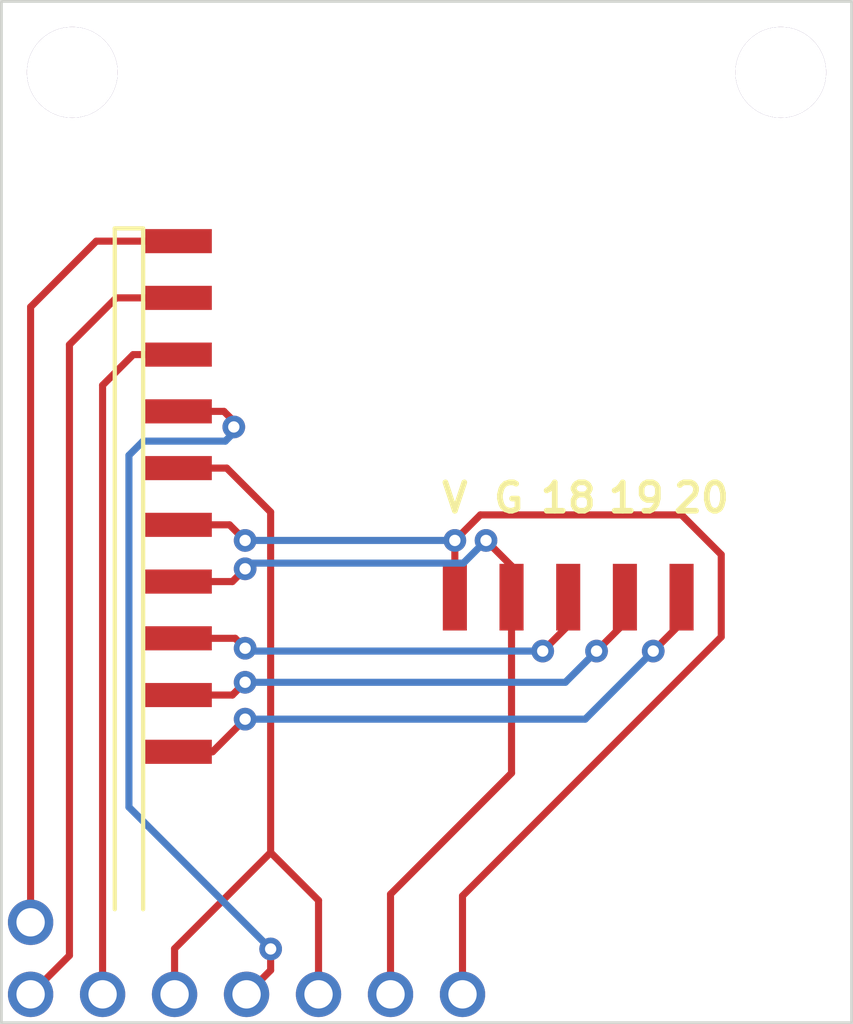
<source format=kicad_pcb>
(kicad_pcb (version 20240928)
	(generator "gerbview")
	(generator_version "9.0")

	(layers 
		(0 F.Cu signal)
		(2 B.Cu signal)
		(1 F.Mask user)
		(3 B.Mask user)
		(5 F.SilkS user)
		(7 B.SilkS user)
		(9 F.Adhes user)
		(11 B.Adhes user)
		(13 F.Paste user)
		(15 B.Paste user)
		(17 Dwgs.User user)
		(19 Cmts.User user)
		(21 Eco1.User user)
		(23 Eco2.User user)
		(25 Edge.Cuts user)
		(27 Margin user)
		(29 B.CrtYd user)
		(31 F.CrtYd user)
		(33 B.Fab user)
		(35 F.Fab user)
	)

	(gr_line
		(start 130 64) (end 160 64) (layer Edge.Cuts)
		(stroke (width 0.1) (type solid))
	)
	(gr_line
		(start 130 100) (end 130 64) (layer Edge.Cuts)
		(stroke (width 0.1) (type solid))
	)
	(gr_line
		(start 160 100) (end 160 64) (layer Edge.Cuts)
		(stroke (width 0.1) (type solid))
	)
	(gr_line
		(start 160 100) (end 130 100) (layer Edge.Cuts)
		(stroke (width 0.1) (type solid))
	)
	(gr_poly
		(pts
			 (xy 137.425 72.875) (xy 135.075 72.875) (xy 135.075 72.025)
			 (xy 137.425 72.025))
		(stroke (width 0) (type solid))
		(fill yes) (layer F.Paste)
	)
	(gr_poly
		(pts
			 (xy 137.425 74.875) (xy 135.075 74.875) (xy 135.075 74.025)
			 (xy 137.425 74.025))
		(stroke (width 0) (type solid))
		(fill yes) (layer F.Paste)
	)
	(gr_poly
		(pts
			 (xy 137.425 76.875) (xy 135.075 76.875) (xy 135.075 76.025)
			 (xy 137.425 76.025))
		(stroke (width 0) (type solid))
		(fill yes) (layer F.Paste)
	)
	(gr_poly
		(pts
			 (xy 137.425 78.875) (xy 135.075 78.875) (xy 135.075 78.025)
			 (xy 137.425 78.025))
		(stroke (width 0) (type solid))
		(fill yes) (layer F.Paste)
	)
	(gr_poly
		(pts
			 (xy 137.425 80.875) (xy 135.075 80.875) (xy 135.075 80.025)
			 (xy 137.425 80.025))
		(stroke (width 0) (type solid))
		(fill yes) (layer F.Paste)
	)
	(gr_poly
		(pts
			 (xy 137.425 82.875) (xy 135.075 82.875) (xy 135.075 82.025)
			 (xy 137.425 82.025))
		(stroke (width 0) (type solid))
		(fill yes) (layer F.Paste)
	)
	(gr_poly
		(pts
			 (xy 137.425 84.875) (xy 135.075 84.875) (xy 135.075 84.025)
			 (xy 137.425 84.025))
		(stroke (width 0) (type solid))
		(fill yes) (layer F.Paste)
	)
	(gr_poly
		(pts
			 (xy 137.425 86.875) (xy 135.075 86.875) (xy 135.075 86.025)
			 (xy 137.425 86.025))
		(stroke (width 0) (type solid))
		(fill yes) (layer F.Paste)
	)
	(gr_poly
		(pts
			 (xy 137.425 88.875) (xy 135.075 88.875) (xy 135.075 88.025)
			 (xy 137.425 88.025))
		(stroke (width 0) (type solid))
		(fill yes) (layer F.Paste)
	)
	(gr_poly
		(pts
			 (xy 137.425 90.875) (xy 135.075 90.875) (xy 135.075 90.025)
			 (xy 137.425 90.025))
		(stroke (width 0) (type solid))
		(fill yes) (layer F.Paste)
	)
	(gr_poly
		(pts
			 (xy 146.425 86.175) (xy 145.575 86.175) (xy 145.575 83.825)
			 (xy 146.425 83.825))
		(stroke (width 0) (type solid))
		(fill yes) (layer F.Paste)
	)
	(gr_poly
		(pts
			 (xy 148.425 86.175) (xy 147.575 86.175) (xy 147.575 83.825)
			 (xy 148.425 83.825))
		(stroke (width 0) (type solid))
		(fill yes) (layer F.Paste)
	)
	(gr_poly
		(pts
			 (xy 150.425 86.175) (xy 149.575 86.175) (xy 149.575 83.825)
			 (xy 150.425 83.825))
		(stroke (width 0) (type solid))
		(fill yes) (layer F.Paste)
	)
	(gr_poly
		(pts
			 (xy 152.425 86.175) (xy 151.575 86.175) (xy 151.575 83.825)
			 (xy 152.425 83.825))
		(stroke (width 0) (type solid))
		(fill yes) (layer F.Paste)
	)
	(gr_poly
		(pts
			 (xy 154.425 86.175) (xy 153.575 86.175) (xy 153.575 83.825)
			 (xy 154.425 83.825))
		(stroke (width 0) (type solid))
		(fill yes) (layer F.Paste)
	)
	(gr_line
		(start 135 72) (end 134 72) (layer F.SilkS)
		(stroke (width 0.15) (type solid))
	)
	(gr_line
		(start 135 96) (end 135 72) (layer F.SilkS)
		(stroke (width 0.15) (type solid))
	)
	(gr_line
		(start 134 72) (end 134 96) (layer F.SilkS)
		(stroke (width 0.15) (type solid))
	)
	(gr_line
		(start 149.80952 81.95238) (end 149.2381 81.95238) (layer F.SilkS)
		(stroke (width 0.2) (type solid))
	)
	(gr_line
		(start 149.52381 81.95238) (end 149.52381 80.95238) (layer F.SilkS)
		(stroke (width 0.2) (type solid))
	)
	(gr_line
		(start 149.52381 80.95238) (end 149.42857 81.09524) (layer F.SilkS)
		(stroke (width 0.2) (type solid))
	)
	(gr_line
		(start 149.42857 81.09524) (end 149.33333 81.19048) (layer F.SilkS)
		(stroke (width 0.2) (type solid))
	)
	(gr_line
		(start 149.33333 81.19048) (end 149.2381 81.2381) (layer F.SilkS)
		(stroke (width 0.2) (type solid))
	)
	(gr_line
		(start 150.38095 81.38095) (end 150.28571 81.33333) (layer F.SilkS)
		(stroke (width 0.2) (type solid))
	)
	(gr_line
		(start 150.28571 81.33333) (end 150.2381 81.28571) (layer F.SilkS)
		(stroke (width 0.2) (type solid))
	)
	(gr_line
		(start 150.2381 81.28571) (end 150.19048 81.19048) (layer F.SilkS)
		(stroke (width 0.2) (type solid))
	)
	(gr_line
		(start 150.19048 81.19048) (end 150.19048 81.14286) (layer F.SilkS)
		(stroke (width 0.2) (type solid))
	)
	(gr_line
		(start 150.19048 81.14286) (end 150.2381 81.04762) (layer F.SilkS)
		(stroke (width 0.2) (type solid))
	)
	(gr_line
		(start 150.2381 81.04762) (end 150.28571 81) (layer F.SilkS)
		(stroke (width 0.2) (type solid))
	)
	(gr_line
		(start 150.28571 81) (end 150.38095 80.95238) (layer F.SilkS)
		(stroke (width 0.2) (type solid))
	)
	(gr_line
		(start 150.38095 80.95238) (end 150.57143 80.95238) (layer F.SilkS)
		(stroke (width 0.2) (type solid))
	)
	(gr_line
		(start 150.57143 80.95238) (end 150.66667 81) (layer F.SilkS)
		(stroke (width 0.2) (type solid))
	)
	(gr_line
		(start 150.66667 81) (end 150.71429 81.04762) (layer F.SilkS)
		(stroke (width 0.2) (type solid))
	)
	(gr_line
		(start 150.71429 81.04762) (end 150.7619 81.14286) (layer F.SilkS)
		(stroke (width 0.2) (type solid))
	)
	(gr_line
		(start 150.7619 81.14286) (end 150.7619 81.19048) (layer F.SilkS)
		(stroke (width 0.2) (type solid))
	)
	(gr_line
		(start 150.7619 81.19048) (end 150.71429 81.28571) (layer F.SilkS)
		(stroke (width 0.2) (type solid))
	)
	(gr_line
		(start 150.71429 81.28571) (end 150.66667 81.33333) (layer F.SilkS)
		(stroke (width 0.2) (type solid))
	)
	(gr_line
		(start 150.66667 81.33333) (end 150.57143 81.38095) (layer F.SilkS)
		(stroke (width 0.2) (type solid))
	)
	(gr_line
		(start 150.57143 81.38095) (end 150.38095 81.38095) (layer F.SilkS)
		(stroke (width 0.2) (type solid))
	)
	(gr_line
		(start 150.38095 81.38095) (end 150.28571 81.42857) (layer F.SilkS)
		(stroke (width 0.2) (type solid))
	)
	(gr_line
		(start 150.28571 81.42857) (end 150.2381 81.47619) (layer F.SilkS)
		(stroke (width 0.2) (type solid))
	)
	(gr_line
		(start 150.2381 81.47619) (end 150.19048 81.57143) (layer F.SilkS)
		(stroke (width 0.2) (type solid))
	)
	(gr_line
		(start 150.19048 81.57143) (end 150.19048 81.7619) (layer F.SilkS)
		(stroke (width 0.2) (type solid))
	)
	(gr_line
		(start 150.19048 81.7619) (end 150.2381 81.85714) (layer F.SilkS)
		(stroke (width 0.2) (type solid))
	)
	(gr_line
		(start 150.2381 81.85714) (end 150.28571 81.90476) (layer F.SilkS)
		(stroke (width 0.2) (type solid))
	)
	(gr_line
		(start 150.28571 81.90476) (end 150.38095 81.95238) (layer F.SilkS)
		(stroke (width 0.2) (type solid))
	)
	(gr_line
		(start 150.38095 81.95238) (end 150.57143 81.95238) (layer F.SilkS)
		(stroke (width 0.2) (type solid))
	)
	(gr_line
		(start 150.57143 81.95238) (end 150.66667 81.90476) (layer F.SilkS)
		(stroke (width 0.2) (type solid))
	)
	(gr_line
		(start 150.66667 81.90476) (end 150.71429 81.85714) (layer F.SilkS)
		(stroke (width 0.2) (type solid))
	)
	(gr_line
		(start 150.71429 81.85714) (end 150.7619 81.7619) (layer F.SilkS)
		(stroke (width 0.2) (type solid))
	)
	(gr_line
		(start 150.7619 81.7619) (end 150.7619 81.57143) (layer F.SilkS)
		(stroke (width 0.2) (type solid))
	)
	(gr_line
		(start 150.7619 81.57143) (end 150.71429 81.47619) (layer F.SilkS)
		(stroke (width 0.2) (type solid))
	)
	(gr_line
		(start 150.71429 81.47619) (end 150.66667 81.42857) (layer F.SilkS)
		(stroke (width 0.2) (type solid))
	)
	(gr_line
		(start 150.66667 81.42857) (end 150.57143 81.38095) (layer F.SilkS)
		(stroke (width 0.2) (type solid))
	)
	(gr_line
		(start 152.20952 81.95238) (end 151.6381 81.95238) (layer F.SilkS)
		(stroke (width 0.2) (type solid))
	)
	(gr_line
		(start 151.92381 81.95238) (end 151.92381 80.95238) (layer F.SilkS)
		(stroke (width 0.2) (type solid))
	)
	(gr_line
		(start 151.92381 80.95238) (end 151.82857 81.09524) (layer F.SilkS)
		(stroke (width 0.2) (type solid))
	)
	(gr_line
		(start 151.82857 81.09524) (end 151.73333 81.19048) (layer F.SilkS)
		(stroke (width 0.2) (type solid))
	)
	(gr_line
		(start 151.73333 81.19048) (end 151.6381 81.2381) (layer F.SilkS)
		(stroke (width 0.2) (type solid))
	)
	(gr_line
		(start 152.68571 81.95238) (end 152.87619 81.95238) (layer F.SilkS)
		(stroke (width 0.2) (type solid))
	)
	(gr_line
		(start 152.87619 81.95238) (end 152.97143 81.90476) (layer F.SilkS)
		(stroke (width 0.2) (type solid))
	)
	(gr_line
		(start 152.97143 81.90476) (end 153.01905 81.85714) (layer F.SilkS)
		(stroke (width 0.2) (type solid))
	)
	(gr_line
		(start 153.01905 81.85714) (end 153.11429 81.71429) (layer F.SilkS)
		(stroke (width 0.2) (type solid))
	)
	(gr_line
		(start 153.11429 81.71429) (end 153.1619 81.52381) (layer F.SilkS)
		(stroke (width 0.2) (type solid))
	)
	(gr_line
		(start 153.1619 81.52381) (end 153.1619 81.14286) (layer F.SilkS)
		(stroke (width 0.2) (type solid))
	)
	(gr_line
		(start 153.1619 81.14286) (end 153.11429 81.04762) (layer F.SilkS)
		(stroke (width 0.2) (type solid))
	)
	(gr_line
		(start 153.11429 81.04762) (end 153.06667 81) (layer F.SilkS)
		(stroke (width 0.2) (type solid))
	)
	(gr_line
		(start 153.06667 81) (end 152.97143 80.95238) (layer F.SilkS)
		(stroke (width 0.2) (type solid))
	)
	(gr_line
		(start 152.97143 80.95238) (end 152.78095 80.95238) (layer F.SilkS)
		(stroke (width 0.2) (type solid))
	)
	(gr_line
		(start 152.78095 80.95238) (end 152.68571 81) (layer F.SilkS)
		(stroke (width 0.2) (type solid))
	)
	(gr_line
		(start 152.68571 81) (end 152.6381 81.04762) (layer F.SilkS)
		(stroke (width 0.2) (type solid))
	)
	(gr_line
		(start 152.6381 81.04762) (end 152.59048 81.14286) (layer F.SilkS)
		(stroke (width 0.2) (type solid))
	)
	(gr_line
		(start 152.59048 81.14286) (end 152.59048 81.38095) (layer F.SilkS)
		(stroke (width 0.2) (type solid))
	)
	(gr_line
		(start 152.59048 81.38095) (end 152.6381 81.47619) (layer F.SilkS)
		(stroke (width 0.2) (type solid))
	)
	(gr_line
		(start 152.6381 81.47619) (end 152.68571 81.52381) (layer F.SilkS)
		(stroke (width 0.2) (type solid))
	)
	(gr_line
		(start 152.68571 81.52381) (end 152.78095 81.57143) (layer F.SilkS)
		(stroke (width 0.2) (type solid))
	)
	(gr_line
		(start 152.78095 81.57143) (end 152.97143 81.57143) (layer F.SilkS)
		(stroke (width 0.2) (type solid))
	)
	(gr_line
		(start 152.97143 81.57143) (end 153.06667 81.52381) (layer F.SilkS)
		(stroke (width 0.2) (type solid))
	)
	(gr_line
		(start 153.06667 81.52381) (end 153.11429 81.47619) (layer F.SilkS)
		(stroke (width 0.2) (type solid))
	)
	(gr_line
		(start 153.11429 81.47619) (end 153.1619 81.38095) (layer F.SilkS)
		(stroke (width 0.2) (type solid))
	)
	(gr_line
		(start 153.9381 81.04762) (end 153.98571 81) (layer F.SilkS)
		(stroke (width 0.2) (type solid))
	)
	(gr_line
		(start 153.98571 81) (end 154.08095 80.95238) (layer F.SilkS)
		(stroke (width 0.2) (type solid))
	)
	(gr_line
		(start 154.08095 80.95238) (end 154.31905 80.95238) (layer F.SilkS)
		(stroke (width 0.2) (type solid))
	)
	(gr_line
		(start 154.31905 80.95238) (end 154.41429 81) (layer F.SilkS)
		(stroke (width 0.2) (type solid))
	)
	(gr_line
		(start 154.41429 81) (end 154.4619 81.04762) (layer F.SilkS)
		(stroke (width 0.2) (type solid))
	)
	(gr_line
		(start 154.4619 81.04762) (end 154.50952 81.14286) (layer F.SilkS)
		(stroke (width 0.2) (type solid))
	)
	(gr_line
		(start 154.50952 81.14286) (end 154.50952 81.2381) (layer F.SilkS)
		(stroke (width 0.2) (type solid))
	)
	(gr_line
		(start 154.50952 81.2381) (end 154.4619 81.38095) (layer F.SilkS)
		(stroke (width 0.2) (type solid))
	)
	(gr_line
		(start 154.4619 81.38095) (end 153.89048 81.95238) (layer F.SilkS)
		(stroke (width 0.2) (type solid))
	)
	(gr_line
		(start 153.89048 81.95238) (end 154.50952 81.95238) (layer F.SilkS)
		(stroke (width 0.2) (type solid))
	)
	(gr_line
		(start 155.12857 80.95238) (end 155.22381 80.95238) (layer F.SilkS)
		(stroke (width 0.2) (type solid))
	)
	(gr_line
		(start 155.22381 80.95238) (end 155.31905 81) (layer F.SilkS)
		(stroke (width 0.2) (type solid))
	)
	(gr_line
		(start 155.31905 81) (end 155.36667 81.04762) (layer F.SilkS)
		(stroke (width 0.2) (type solid))
	)
	(gr_line
		(start 155.36667 81.04762) (end 155.41429 81.14286) (layer F.SilkS)
		(stroke (width 0.2) (type solid))
	)
	(gr_line
		(start 155.41429 81.14286) (end 155.4619 81.33333) (layer F.SilkS)
		(stroke (width 0.2) (type solid))
	)
	(gr_line
		(start 155.4619 81.33333) (end 155.4619 81.57143) (layer F.SilkS)
		(stroke (width 0.2) (type solid))
	)
	(gr_line
		(start 155.4619 81.57143) (end 155.41429 81.7619) (layer F.SilkS)
		(stroke (width 0.2) (type solid))
	)
	(gr_line
		(start 155.41429 81.7619) (end 155.36667 81.85714) (layer F.SilkS)
		(stroke (width 0.2) (type solid))
	)
	(gr_line
		(start 155.36667 81.85714) (end 155.31905 81.90476) (layer F.SilkS)
		(stroke (width 0.2) (type solid))
	)
	(gr_line
		(start 155.31905 81.90476) (end 155.22381 81.95238) (layer F.SilkS)
		(stroke (width 0.2) (type solid))
	)
	(gr_line
		(start 155.22381 81.95238) (end 155.12857 81.95238) (layer F.SilkS)
		(stroke (width 0.2) (type solid))
	)
	(gr_line
		(start 155.12857 81.95238) (end 155.03333 81.90476) (layer F.SilkS)
		(stroke (width 0.2) (type solid))
	)
	(gr_line
		(start 155.03333 81.90476) (end 154.98571 81.85714) (layer F.SilkS)
		(stroke (width 0.2) (type solid))
	)
	(gr_line
		(start 154.98571 81.85714) (end 154.9381 81.7619) (layer F.SilkS)
		(stroke (width 0.2) (type solid))
	)
	(gr_line
		(start 154.9381 81.7619) (end 154.89048 81.57143) (layer F.SilkS)
		(stroke (width 0.2) (type solid))
	)
	(gr_line
		(start 154.89048 81.57143) (end 154.89048 81.33333) (layer F.SilkS)
		(stroke (width 0.2) (type solid))
	)
	(gr_line
		(start 154.89048 81.33333) (end 154.9381 81.14286) (layer F.SilkS)
		(stroke (width 0.2) (type solid))
	)
	(gr_line
		(start 154.9381 81.14286) (end 154.98571 81.04762) (layer F.SilkS)
		(stroke (width 0.2) (type solid))
	)
	(gr_line
		(start 154.98571 81.04762) (end 155.03333 81) (layer F.SilkS)
		(stroke (width 0.2) (type solid))
	)
	(gr_line
		(start 155.03333 81) (end 155.12857 80.95238) (layer F.SilkS)
		(stroke (width 0.2) (type solid))
	)
	(gr_line
		(start 145.66667 80.95238) (end 146 81.95238) (layer F.SilkS)
		(stroke (width 0.2) (type solid))
	)
	(gr_line
		(start 146 81.95238) (end 146.33333 80.95238) (layer F.SilkS)
		(stroke (width 0.2) (type solid))
	)
	(gr_line
		(start 148.1619 81) (end 148.06667 80.95238) (layer F.SilkS)
		(stroke (width 0.2) (type solid))
	)
	(gr_line
		(start 148.06667 80.95238) (end 147.92381 80.95238) (layer F.SilkS)
		(stroke (width 0.2) (type solid))
	)
	(gr_line
		(start 147.92381 80.95238) (end 147.78095 81) (layer F.SilkS)
		(stroke (width 0.2) (type solid))
	)
	(gr_line
		(start 147.78095 81) (end 147.68571 81.09524) (layer F.SilkS)
		(stroke (width 0.2) (type solid))
	)
	(gr_line
		(start 147.68571 81.09524) (end 147.6381 81.19048) (layer F.SilkS)
		(stroke (width 0.2) (type solid))
	)
	(gr_line
		(start 147.6381 81.19048) (end 147.59048 81.38095) (layer F.SilkS)
		(stroke (width 0.2) (type solid))
	)
	(gr_line
		(start 147.59048 81.38095) (end 147.59048 81.52381) (layer F.SilkS)
		(stroke (width 0.2) (type solid))
	)
	(gr_line
		(start 147.59048 81.52381) (end 147.6381 81.71429) (layer F.SilkS)
		(stroke (width 0.2) (type solid))
	)
	(gr_line
		(start 147.6381 81.71429) (end 147.68571 81.80952) (layer F.SilkS)
		(stroke (width 0.2) (type solid))
	)
	(gr_line
		(start 147.68571 81.80952) (end 147.78095 81.90476) (layer F.SilkS)
		(stroke (width 0.2) (type solid))
	)
	(gr_line
		(start 147.78095 81.90476) (end 147.92381 81.95238) (layer F.SilkS)
		(stroke (width 0.2) (type solid))
	)
	(gr_line
		(start 147.92381 81.95238) (end 148.01905 81.95238) (layer F.SilkS)
		(stroke (width 0.2) (type solid))
	)
	(gr_line
		(start 148.01905 81.95238) (end 148.1619 81.90476) (layer F.SilkS)
		(stroke (width 0.2) (type solid))
	)
	(gr_line
		(start 148.1619 81.90476) (end 148.20952 81.85714) (layer F.SilkS)
		(stroke (width 0.2) (type solid))
	)
	(gr_line
		(start 148.20952 81.85714) (end 148.20952 81.52381) (layer F.SilkS)
		(stroke (width 0.2) (type solid))
	)
	(gr_line
		(start 148.20952 81.52381) (end 148.01905 81.52381) (layer F.SilkS)
		(stroke (width 0.2) (type solid))
	)
	(gr_poly
		(pts
			 (xy 137.425 72.875) (xy 135.075 72.875) (xy 135.075 72.025)
			 (xy 137.425 72.025))
		(stroke (width 0) (type solid))
		(fill yes) (layer F.Mask)
	)
	(gr_poly
		(pts
			 (xy 137.425 74.875) (xy 135.075 74.875) (xy 135.075 74.025)
			 (xy 137.425 74.025))
		(stroke (width 0) (type solid))
		(fill yes) (layer F.Mask)
	)
	(gr_poly
		(pts
			 (xy 137.425 76.875) (xy 135.075 76.875) (xy 135.075 76.025)
			 (xy 137.425 76.025))
		(stroke (width 0) (type solid))
		(fill yes) (layer F.Mask)
	)
	(gr_poly
		(pts
			 (xy 137.425 78.875) (xy 135.075 78.875) (xy 135.075 78.025)
			 (xy 137.425 78.025))
		(stroke (width 0) (type solid))
		(fill yes) (layer F.Mask)
	)
	(gr_poly
		(pts
			 (xy 137.425 80.875) (xy 135.075 80.875) (xy 135.075 80.025)
			 (xy 137.425 80.025))
		(stroke (width 0) (type solid))
		(fill yes) (layer F.Mask)
	)
	(gr_poly
		(pts
			 (xy 137.425 82.875) (xy 135.075 82.875) (xy 135.075 82.025)
			 (xy 137.425 82.025))
		(stroke (width 0) (type solid))
		(fill yes) (layer F.Mask)
	)
	(gr_poly
		(pts
			 (xy 137.425 84.875) (xy 135.075 84.875) (xy 135.075 84.025)
			 (xy 137.425 84.025))
		(stroke (width 0) (type solid))
		(fill yes) (layer F.Mask)
	)
	(gr_poly
		(pts
			 (xy 137.425 86.875) (xy 135.075 86.875) (xy 135.075 86.025)
			 (xy 137.425 86.025))
		(stroke (width 0) (type solid))
		(fill yes) (layer F.Mask)
	)
	(gr_poly
		(pts
			 (xy 137.425 88.875) (xy 135.075 88.875) (xy 135.075 88.025)
			 (xy 137.425 88.025))
		(stroke (width 0) (type solid))
		(fill yes) (layer F.Mask)
	)
	(gr_poly
		(pts
			 (xy 137.425 90.875) (xy 135.075 90.875) (xy 135.075 90.025)
			 (xy 137.425 90.025))
		(stroke (width 0) (type solid))
		(fill yes) (layer F.Mask)
	)
	(gr_circle
		(center 138.65 99) (end 139.45 99)
		(stroke (width 0) (type solid))
		(fill yes) (layer F.Mask)
	)
	(gr_circle
		(center 136.11 99) (end 136.91 99)
		(stroke (width 0) (type solid))
		(fill yes) (layer F.Mask)
	)
	(gr_circle
		(center 157.5 66.5) (end 159.1 66.5)
		(stroke (width 0) (type solid))
		(fill yes) (layer F.Mask)
	)
	(gr_circle
		(center 146.27 99) (end 147.07 99)
		(stroke (width 0) (type solid))
		(fill yes) (layer F.Mask)
	)
	(gr_circle
		(center 131.03 99) (end 131.83 99)
		(stroke (width 0) (type solid))
		(fill yes) (layer F.Mask)
	)
	(gr_circle
		(center 133.57 99) (end 134.37 99)
		(stroke (width 0) (type solid))
		(fill yes) (layer F.Mask)
	)
	(gr_circle
		(center 141.19 99) (end 141.99 99)
		(stroke (width 0) (type solid))
		(fill yes) (layer F.Mask)
	)
	(gr_poly
		(pts
			 (xy 146.425 86.175) (xy 145.575 86.175) (xy 145.575 83.825)
			 (xy 146.425 83.825))
		(stroke (width 0) (type solid))
		(fill yes) (layer F.Mask)
	)
	(gr_poly
		(pts
			 (xy 148.425 86.175) (xy 147.575 86.175) (xy 147.575 83.825)
			 (xy 148.425 83.825))
		(stroke (width 0) (type solid))
		(fill yes) (layer F.Mask)
	)
	(gr_poly
		(pts
			 (xy 150.425 86.175) (xy 149.575 86.175) (xy 149.575 83.825)
			 (xy 150.425 83.825))
		(stroke (width 0) (type solid))
		(fill yes) (layer F.Mask)
	)
	(gr_poly
		(pts
			 (xy 152.425 86.175) (xy 151.575 86.175) (xy 151.575 83.825)
			 (xy 152.425 83.825))
		(stroke (width 0) (type solid))
		(fill yes) (layer F.Mask)
	)
	(gr_poly
		(pts
			 (xy 154.425 86.175) (xy 153.575 86.175) (xy 153.575 83.825)
			 (xy 154.425 83.825))
		(stroke (width 0) (type solid))
		(fill yes) (layer F.Mask)
	)
	(gr_circle
		(center 143.73 99) (end 144.53 99)
		(stroke (width 0) (type solid))
		(fill yes) (layer F.Mask)
	)
	(gr_circle
		(center 132.5 66.5) (end 134.1 66.5)
		(stroke (width 0) (type solid))
		(fill yes) (layer F.Mask)
	)
	(gr_circle
		(center 131.03 96.46) (end 131.83 96.46)
		(stroke (width 0) (type solid))
		(fill yes) (layer F.Mask)
	)
	(gr_circle
		(center 138.65 99) (end 139.45 99)
		(stroke (width 0) (type solid))
		(fill yes) (layer B.Mask)
	)
	(gr_circle
		(center 136.11 99) (end 136.91 99)
		(stroke (width 0) (type solid))
		(fill yes) (layer B.Mask)
	)
	(gr_circle
		(center 157.5 66.5) (end 159.1 66.5)
		(stroke (width 0) (type solid))
		(fill yes) (layer B.Mask)
	)
	(gr_circle
		(center 146.27 99) (end 147.07 99)
		(stroke (width 0) (type solid))
		(fill yes) (layer B.Mask)
	)
	(gr_circle
		(center 131.03 99) (end 131.83 99)
		(stroke (width 0) (type solid))
		(fill yes) (layer B.Mask)
	)
	(gr_circle
		(center 133.57 99) (end 134.37 99)
		(stroke (width 0) (type solid))
		(fill yes) (layer B.Mask)
	)
	(gr_circle
		(center 141.19 99) (end 141.99 99)
		(stroke (width 0) (type solid))
		(fill yes) (layer B.Mask)
	)
	(gr_circle
		(center 143.73 99) (end 144.53 99)
		(stroke (width 0) (type solid))
		(fill yes) (layer B.Mask)
	)
	(gr_circle
		(center 132.5 66.5) (end 134.1 66.5)
		(stroke (width 0) (type solid))
		(fill yes) (layer B.Mask)
	)
	(gr_circle
		(center 131.03 96.46) (end 131.83 96.46)
		(stroke (width 0) (type solid))
		(fill yes) (layer B.Mask)
	)
	(gr_poly
		(pts
			 (xy 137.425 72.025) (xy 135.075 72.025) (xy 135.075 72.875)
			 (xy 137.425 72.875))
		(stroke (width 0) (type solid))
		(fill yes) (layer F.Cu)
	)
	(gr_poly
		(pts
			 (xy 137.425 74.025) (xy 135.075 74.025) (xy 135.075 74.875)
			 (xy 137.425 74.875))
		(stroke (width 0) (type solid))
		(fill yes) (layer F.Cu)
	)
	(gr_poly
		(pts
			 (xy 137.425 76.025) (xy 135.075 76.025) (xy 135.075 76.875)
			 (xy 137.425 76.875))
		(stroke (width 0) (type solid))
		(fill yes) (layer F.Cu)
	)
	(gr_poly
		(pts
			 (xy 137.425 78.025) (xy 135.075 78.025) (xy 135.075 78.875)
			 (xy 137.425 78.875))
		(stroke (width 0) (type solid))
		(fill yes) (layer F.Cu)
	)
	(gr_poly
		(pts
			 (xy 137.425 80.025) (xy 135.075 80.025) (xy 135.075 80.875)
			 (xy 137.425 80.875))
		(stroke (width 0) (type solid))
		(fill yes) (layer F.Cu)
	)
	(gr_poly
		(pts
			 (xy 137.425 82.025) (xy 135.075 82.025) (xy 135.075 82.875)
			 (xy 137.425 82.875))
		(stroke (width 0) (type solid))
		(fill yes) (layer F.Cu)
	)
	(gr_poly
		(pts
			 (xy 137.425 84.025) (xy 135.075 84.025) (xy 135.075 84.875)
			 (xy 137.425 84.875))
		(stroke (width 0) (type solid))
		(fill yes) (layer F.Cu)
	)
	(gr_poly
		(pts
			 (xy 137.425 86.025) (xy 135.075 86.025) (xy 135.075 86.875)
			 (xy 137.425 86.875))
		(stroke (width 0) (type solid))
		(fill yes) (layer F.Cu)
	)
	(gr_poly
		(pts
			 (xy 137.425 88.025) (xy 135.075 88.025) (xy 135.075 88.875)
			 (xy 137.425 88.875))
		(stroke (width 0) (type solid))
		(fill yes) (layer F.Cu)
	)
	(gr_poly
		(pts
			 (xy 137.425 90.025) (xy 135.075 90.025) (xy 135.075 90.875)
			 (xy 137.425 90.875))
		(stroke (width 0) (type solid))
		(fill yes) (layer F.Cu)
	)
	(gr_poly
		(pts
			 (xy 146.425 83.825) (xy 145.575 83.825) (xy 145.575 86.175)
			 (xy 146.425 86.175))
		(stroke (width 0) (type solid))
		(fill yes) (layer F.Cu)
	)
	(gr_poly
		(pts
			 (xy 148.425 83.825) (xy 147.575 83.825) (xy 147.575 86.175)
			 (xy 148.425 86.175))
		(stroke (width 0) (type solid))
		(fill yes) (layer F.Cu)
	)
	(gr_poly
		(pts
			 (xy 150.425 83.825) (xy 149.575 83.825) (xy 149.575 86.175)
			 (xy 150.425 86.175))
		(stroke (width 0) (type solid))
		(fill yes) (layer F.Cu)
	)
	(gr_poly
		(pts
			 (xy 152.425 83.825) (xy 151.575 83.825) (xy 151.575 86.175)
			 (xy 152.425 86.175))
		(stroke (width 0) (type solid))
		(fill yes) (layer F.Cu)
	)
	(gr_poly
		(pts
			 (xy 154.425 83.825) (xy 153.575 83.825) (xy 153.575 86.175)
			 (xy 154.425 86.175))
		(stroke (width 0) (type solid))
		(fill yes) (layer F.Cu)
	)
	(gr_circle
		(center 138.6 83.0005) (end 139 83.0005)
		(stroke (width 0) (type solid))
		(fill yes) (layer F.Cu)
	)
	(segment (start 136.11 97.39) (end 139.5 94) (width 0.25) (layer F.Cu) (net 0))
	(segment (start 136.11 99) (end 136.11 97.39) (width 0.25) (layer F.Cu) (net 0))
	(segment (start 138.6 84) (end 138.15 84.45) (width 0.25) (layer F.Cu) (net 0))
	(segment (start 138.15 84.45) (end 136.25 84.45) (width 0.25) (layer F.Cu) (net 0))
	(segment (start 138.0495 82.45) (end 136.25 82.45) (width 0.25) (layer F.Cu) (net 0))
	(segment (start 138.6 83.0005) (end 138.0495 82.45) (width 0.25) (layer F.Cu) (net 0))
	(segment (start 148 91.2) (end 148 85) (width 0.25) (layer F.Cu) (net 0))
	(segment (start 143.73 95.47) (end 148 91.2) (width 0.25) (layer F.Cu) (net 0))
	(segment (start 143.73 99) (end 143.73 95.47) (width 0.25) (layer F.Cu) (net 0))
	(segment (start 146.9 82.1) (end 146 83) (width 0.25) (layer F.Cu) (net 0))
	(segment (start 154 82.1) (end 146.9 82.1) (width 0.25) (layer F.Cu) (net 0))
	(segment (start 155.4 83.5) (end 154 82.1) (width 0.25) (layer F.Cu) (net 0))
	(segment (start 155.4 86.4) (end 155.4 83.5) (width 0.25) (layer F.Cu) (net 0))
	(segment (start 146.27 95.53) (end 155.4 86.4) (width 0.25) (layer F.Cu) (net 0))
	(segment (start 146.27 99) (end 146.27 95.53) (width 0.25) (layer F.Cu) (net 0))
	(segment (start 137.85 78.45) (end 136.25 78.45) (width 0.25) (layer F.Cu) (net 0))
	(segment (start 138.2 78.8) (end 137.85 78.45) (width 0.25) (layer F.Cu) (net 0))
	(segment (start 138.2 79) (end 138.2 78.8) (width 0.25) (layer F.Cu) (net 0))
	(segment (start 148 83.9) (end 148 85) (width 0.25) (layer F.Cu) (net 0))
	(segment (start 147.1 83) (end 148 83.9) (width 0.25) (layer F.Cu) (net 0))
	(segment (start 153 86.9) (end 154 85.9) (width 0.25) (layer F.Cu) (net 0))
	(segment (start 154 85.9) (end 154 85) (width 0.25) (layer F.Cu) (net 0))
	(segment (start 152 85.9) (end 152 85) (width 0.25) (layer F.Cu) (net 0))
	(segment (start 151 86.9) (end 152 85.9) (width 0.25) (layer F.Cu) (net 0))
	(segment (start 150 86) (end 150 85) (width 0.25) (layer F.Cu) (net 0))
	(segment (start 149.1 86.9) (end 150 86) (width 0.25) (layer F.Cu) (net 0))
	(segment (start 138.6 86.8) (end 138.25 86.45) (width 0.25) (layer F.Cu) (net 0))
	(segment (start 138.25 86.45) (end 136.25 86.45) (width 0.25) (layer F.Cu) (net 0))
	(segment (start 138.6 89.3) (end 137.45 90.45) (width 0.25) (layer F.Cu) (net 0))
	(segment (start 137.45 90.45) (end 136.25 90.45) (width 0.25) (layer F.Cu) (net 0))
	(segment (start 138.15 88.45) (end 136.25 88.45) (width 0.25) (layer F.Cu) (net 0))
	(segment (start 138.6 88) (end 138.15 88.45) (width 0.25) (layer F.Cu) (net 0))
	(segment (start 133.35 72.45) (end 136.25 72.45) (width 0.25) (layer F.Cu) (net 0))
	(segment (start 131.03 96.46) (end 131.03 74.77) (width 0.25) (layer F.Cu) (net 0))
	(segment (start 131.03 74.77) (end 133.35 72.45) (width 0.25) (layer F.Cu) (net 0))
	(segment (start 132.4 76.1) (end 134.05 74.45) (width 0.25) (layer F.Cu) (net 0))
	(segment (start 132.4 97.63) (end 132.4 76.1) (width 0.25) (layer F.Cu) (net 0))
	(segment (start 134.05 74.45) (end 136.25 74.45) (width 0.25) (layer F.Cu) (net 0))
	(segment (start 131.03 99) (end 132.4 97.63) (width 0.25) (layer F.Cu) (net 0))
	(segment (start 134.65 76.45) (end 136.25 76.45) (width 0.25) (layer F.Cu) (net 0))
	(segment (start 133.57 77.53) (end 134.65 76.45) (width 0.25) (layer F.Cu) (net 0))
	(segment (start 133.57 99) (end 133.57 77.53) (width 0.25) (layer F.Cu) (net 0))
	(segment (start 139.5 82) (end 137.95 80.45) (width 0.25) (layer F.Cu) (net 0))
	(segment (start 139.5 94) (end 139.5 82) (width 0.25) (layer F.Cu) (net 0))
	(segment (start 137.95 80.45) (end 136.25 80.45) (width 0.25) (layer F.Cu) (net 0))
	(segment (start 141.19 95.69) (end 139.5 94) (width 0.25) (layer F.Cu) (net 0))
	(segment (start 141.19 99) (end 141.19 95.69) (width 0.25) (layer F.Cu) (net 0))
	(segment (start 138.65 99) (end 139.5 98.15) (width 0.25) (layer F.Cu) (net 0))
	(segment (start 139.5 98.15) (end 139.5 97.4) (width 0.25) (layer F.Cu) (net 0))
	(segment (start 146 83) (end 146 85) (width 0.25) (layer F.Cu) (net 0))
	(gr_circle
		(center 138.6 83.0005) (end 139 83.0005)
		(stroke (width 0) (type solid))
		(fill yes) (layer B.Cu)
	)
	(segment (start 146.3 83.8) (end 147.1 83) (width 0.25) (layer B.Cu) (net 0))
	(segment (start 138.8 83.8) (end 146.3 83.8) (width 0.25) (layer B.Cu) (net 0))
	(segment (start 138.6 84) (end 138.8 83.8) (width 0.25) (layer B.Cu) (net 0))
	(segment (start 138.6005 83) (end 146 83) (width 0.25) (layer B.Cu) (net 0))
	(segment (start 138.6 83.0005) (end 138.6005 83) (width 0.25) (layer B.Cu) (net 0))
	(segment (start 134.5 92.4) (end 139.5 97.4) (width 0.25) (layer B.Cu) (net 0))
	(segment (start 135 79.5) (end 134.5 80) (width 0.25) (layer B.Cu) (net 0))
	(segment (start 134.5 80) (end 134.5 92.4) (width 0.25) (layer B.Cu) (net 0))
	(segment (start 138.2 79) (end 138.2 79.2) (width 0.25) (layer B.Cu) (net 0))
	(segment (start 138.2 79.2) (end 137.9 79.5) (width 0.25) (layer B.Cu) (net 0))
	(segment (start 137.9 79.5) (end 135 79.5) (width 0.25) (layer B.Cu) (net 0))
	(segment (start 150.6 89.3) (end 138.6 89.3) (width 0.25) (layer B.Cu) (net 0))
	(segment (start 153 86.9) (end 150.6 89.3) (width 0.25) (layer B.Cu) (net 0))
	(segment (start 149.9 88) (end 138.6 88) (width 0.25) (layer B.Cu) (net 0))
	(segment (start 151 86.9) (end 149.9 88) (width 0.25) (layer B.Cu) (net 0))
	(segment (start 138.7 86.9) (end 138.6 86.8) (width 0.25) (layer B.Cu) (net 0))
	(segment (start 149.1 86.9) (end 138.7 86.9) (width 0.25) (layer B.Cu) (net 0))
 (via (at 132.5 66.5) (size 3.20001) (drill 3.2) (layers F.Cu B.Cu))
 (via (at 157.5 66.5) (size 3.20001) (drill 3.2) (layers F.Cu B.Cu))
 (via (at 138.2 79) (size 0.8) (drill 0.4) (layers F.Cu B.Cu))
 (via (at 138.6 83) (size 0.40001) (drill 0.4) (layers F.Cu B.Cu))
 (via (at 138.6 84) (size 0.8) (drill 0.4) (layers F.Cu B.Cu))
 (via (at 138.6 86.8) (size 0.8) (drill 0.4) (layers F.Cu B.Cu))
 (via (at 138.6 88) (size 0.8) (drill 0.4) (layers F.Cu B.Cu))
 (via (at 138.6 89.3) (size 0.8) (drill 0.4) (layers F.Cu B.Cu))
 (via (at 139.5 97.4) (size 0.8) (drill 0.4) (layers F.Cu B.Cu))
 (via (at 146 83) (size 0.8) (drill 0.4) (layers F.Cu B.Cu))
 (via (at 147.1 83) (size 0.8) (drill 0.4) (layers F.Cu B.Cu))
 (via (at 149.1 86.9) (size 0.8) (drill 0.4) (layers F.Cu B.Cu))
 (via (at 151 86.9) (size 0.8) (drill 0.4) (layers F.Cu B.Cu))
 (via (at 153 86.9) (size 0.8) (drill 0.4) (layers F.Cu B.Cu))
 (via (at 131.03 96.46) (size 1.6) (drill 1) (layers F.Cu B.Cu))
 (via (at 131.03 99) (size 1.6) (drill 1) (layers F.Cu B.Cu))
 (via (at 133.57 99) (size 1.6) (drill 1) (layers F.Cu B.Cu))
 (via (at 136.11 99) (size 1.6) (drill 1) (layers F.Cu B.Cu))
 (via (at 138.65 99) (size 1.6) (drill 1) (layers F.Cu B.Cu))
 (via (at 141.19 99) (size 1.6) (drill 1) (layers F.Cu B.Cu))
 (via (at 143.73 99) (size 1.6) (drill 1) (layers F.Cu B.Cu))
 (via (at 146.27 99) (size 1.6) (drill 1) (layers F.Cu B.Cu))
)

</source>
